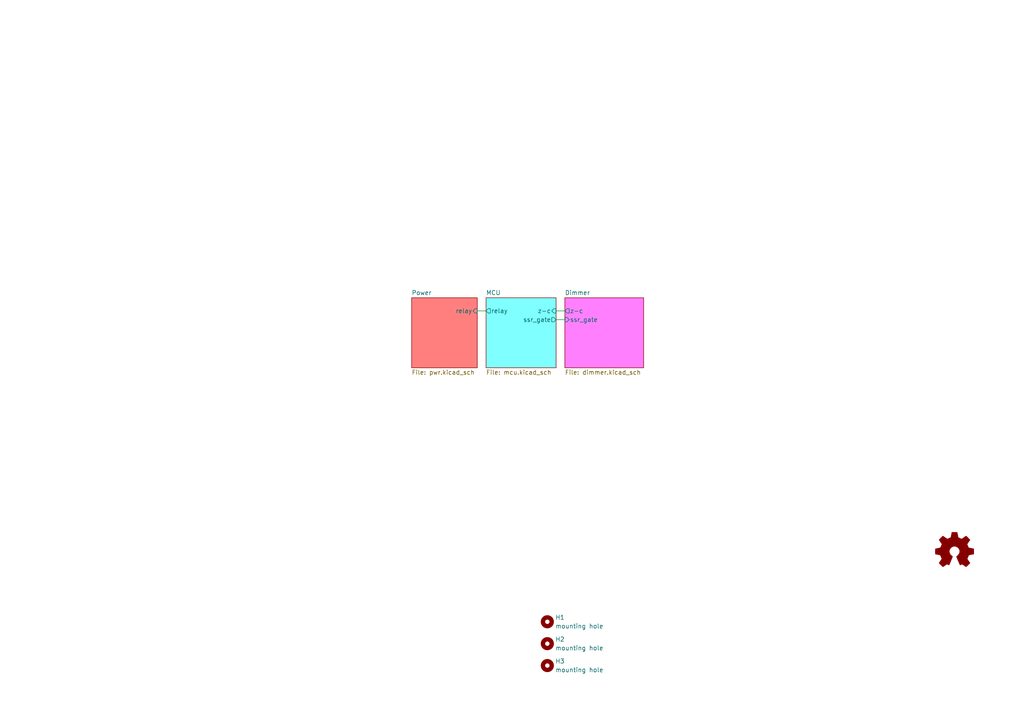
<source format=kicad_sch>
(kicad_sch (version 20231120) (generator "eeschema") (generator_version "8.0")
  (paper "A4")
  (title_block (title "LEDDs") (date "2025-02-17") (rev "1.0") (company "Vas's lab"))
  (lib_symbols
    (symbol "Graphic:Logo_Open_Hardware_Small" (in_bom no) (on_board no)
      (symbol "Logo_Open_Hardware_Small_0_1"
        (polyline (pts (xy 3.3528 -4.3434) (xy 3.302 -4.318) (xy 3.175 -4.2418) (xy 2.9972 -4.1148) (xy 2.7686 -3.9624) (xy 2.54 -3.81) (xy 2.3622 -3.7084) (xy 2.2352 -3.6068) (xy 2.1844 -3.5814) (xy 2.159 -3.6068) (xy 2.0574 -3.6576) (xy 1.905 -3.7338) (xy 1.8034 -3.7846) (xy 1.6764 -3.8354) (xy 1.6002 -3.8354) (xy 1.6002 -3.8354) (xy 1.5494 -3.7338) (xy 1.4732 -3.5306) (xy 1.3462 -3.302) (xy 1.2446 -3.0226) (xy 1.1176 -2.7178) (xy 0.9652 -2.413) (xy 0.8636 -2.1082) (xy 0.7366 -1.8288) (xy 0.6604 -1.6256) (xy 0.6096 -1.4732) (xy 0.5842 -1.397) (xy 0.5842 -1.397) (xy 0.6604 -1.3208) (xy 0.7874 -1.2446) (xy 1.0414 -1.016) (xy 1.2954 -0.6858) (xy 1.4478 -0.3302) (xy 1.524 0.0762) (xy 1.4732 0.4572) (xy 1.3208 0.8128) (xy 1.0668 1.143) (xy 0.762 1.3716) (xy 0.4064 1.524) (xy 0 1.5748) (xy -0.381 1.5494) (xy -0.7366 1.397) (xy -1.0668 1.143) (xy -1.2192 0.9906) (xy -1.397 0.6604) (xy -1.524 0.3048) (xy -1.524 0.2286) (xy -1.4986 -0.1778) (xy -1.397 -0.5334) (xy -1.1938 -0.8636) (xy -0.9144 -1.143) (xy -0.8636 -1.1684) (xy -0.7366 -1.27) (xy -0.635 -1.3462) (xy -0.5842 -1.397) (xy -1.0668 -2.5908) (xy -1.143 -2.794) (xy -1.2954 -3.1242) (xy -1.397 -3.4036) (xy -1.4986 -3.6322) (xy -1.5748 -3.7846) (xy -1.6002 -3.8354) (xy -1.6002 -3.8354) (xy -1.651 -3.8354) (xy -1.7272 -3.81) (xy -1.905 -3.7338) (xy -2.0066 -3.683) (xy -2.1336 -3.6068) (xy -2.2098 -3.5814) (xy -2.2606 -3.6068) (xy -2.3622 -3.683) (xy -2.54 -3.81) (xy -2.7686 -3.9624) (xy -2.9718 -4.0894) (xy -3.1496 -4.2164) (xy -3.302 -4.318) (xy -3.3528 -4.3434) (xy -3.3782 -4.3434) (xy -3.429 -4.318) (xy -3.5306 -4.2164) (xy -3.7084 -4.064) (xy -3.937 -3.8354) (xy -3.9624 -3.81) (xy -4.1656 -3.6068) (xy -4.318 -3.4544) (xy -4.4196 -3.3274) (xy -4.445 -3.2766) (xy -4.445 -3.2766) (xy -4.4196 -3.2258) (xy -4.318 -3.0734) (xy -4.2164 -2.8956) (xy -4.064 -2.667) (xy -3.6576 -2.0828) (xy -3.8862 -1.5494) (xy -3.937 -1.3716) (xy -4.0386 -1.1684) (xy -4.0894 -1.0414) (xy -4.1148 -0.9652) (xy -4.191 -0.9398) (xy -4.318 -0.9144) (xy -4.5466 -0.8636) (xy -4.8006 -0.8128) (xy -5.0546 -0.7874) (xy -5.2578 -0.7366) (xy -5.4356 -0.7112) (xy -5.5118 -0.6858) (xy -5.5118 -0.6858) (xy -5.5372 -0.635) (xy -5.5372 -0.5588) (xy -5.5372 -0.4318) (xy -5.5626 -0.2286) (xy -5.5626 0.0762) (xy -5.5626 0.127) (xy -5.5372 0.4064) (xy -5.5372 0.635) (xy -5.5372 0.762) (xy -5.5372 0.8382) (xy -5.5372 0.8382) (xy -5.461 0.8382) (xy -5.3086 0.889) (xy -5.08 0.9144) (xy -4.826 0.9652) (xy -4.8006 0.9906) (xy -4.5466 1.0414) (xy -4.318 1.0668) (xy -4.1656 1.1176) (xy -4.0894 1.143) (xy -4.0894 1.143) (xy -4.0386 1.2446) (xy -3.9624 1.4224) (xy -3.8608 1.6256) (xy -3.7846 1.8288) (xy -3.7084 2.0066) (xy -3.6576 2.159) (xy -3.6322 2.2098) (xy -3.6322 2.2098) (xy -3.683 2.286) (xy -3.7592 2.413) (xy -3.8862 2.5908) (xy -4.064 2.8194) (xy -4.064 2.8448) (xy -4.2164 3.0734) (xy -4.3434 3.2512) (xy -4.4196 3.3782) (xy -4.445 3.4544) (xy -4.445 3.4544) (xy -4.3942 3.5052) (xy -4.2926 3.6322) (xy -4.1148 3.81) (xy -3.937 4.0132) (xy -3.8608 4.064) (xy -3.6576 4.2926) (xy -3.5052 4.4196) (xy -3.4036 4.4958) (xy -3.3528 4.5212) (xy -3.3528 4.5212) (xy -3.302 4.4704) (xy -3.1496 4.3688) (xy -2.9718 4.2418) (xy -2.7432 4.0894) (xy -2.7178 4.0894) (xy -2.4892 3.937) (xy -2.3114 3.81) (xy -2.1844 3.7084) (xy -2.1336 3.683) (xy -2.1082 3.683) (xy -2.032 3.7084) (xy -1.8542 3.7592) (xy -1.6764 3.8354) (xy -1.4732 3.937) (xy -1.27 4.0132) (xy -1.143 4.064) (xy -1.0668 4.1148) (xy -1.0668 4.1148) (xy -1.0414 4.191) (xy -1.016 4.3434) (xy -0.9652 4.572) (xy -0.9144 4.8514) (xy -0.889 4.9022) (xy -0.8382 5.1562) (xy -0.8128 5.3848) (xy -0.7874 5.5372) (xy -0.762 5.588) (xy -0.7112 5.6134) (xy -0.5842 5.6134) (xy -0.4064 5.6134) (xy -0.1524 5.6134) (xy 0.0762 5.6134) (xy 0.3302 5.6134) (xy 0.5334 5.6134) (xy 0.6858 5.588) (xy 0.7366 5.588) (xy 0.7366 5.588) (xy 0.762 5.5118) (xy 0.8128 5.334) (xy 0.8382 5.1054) (xy 0.9144 4.826) (xy 0.9144 4.7752) (xy 0.9652 4.5212) (xy 1.016 4.2926) (xy 1.0414 4.1402) (xy 1.0668 4.0894) (xy 1.0668 4.0894) (xy 1.1938 4.0386) (xy 1.3716 3.9624) (xy 1.5748 3.8608) (xy 2.0828 3.6576) (xy 2.7178 4.0894) (xy 2.7686 4.1402) (xy 2.9972 4.2926) (xy 3.175 4.4196) (xy 3.302 4.4958) (xy 3.3782 4.5212) (xy 3.3782 4.5212) (xy 3.429 4.4704) (xy 3.556 4.3434) (xy 3.7338 4.191) (xy 3.9116 3.9878) (xy 4.064 3.8354) (xy 4.2418 3.6576) (xy 4.3434 3.556) (xy 4.4196 3.4798) (xy 4.4196 3.429) (xy 4.4196 3.4036) (xy 4.3942 3.3274) (xy 4.2926 3.2004) (xy 4.1656 2.9972) (xy 4.0132 2.794) (xy 3.8862 2.5908) (xy 3.7592 2.3876) (xy 3.6576 2.2352) (xy 3.6322 2.159) (xy 3.6322 2.1336) (xy 3.683 2.0066) (xy 3.7592 1.8288) (xy 3.8608 1.6002) (xy 4.064 1.1176) (xy 4.3942 1.0414) (xy 4.5974 1.016) (xy 4.8768 0.9652) (xy 5.1308 0.9144) (xy 5.5372 0.8382) (xy 5.5626 -0.6604) (xy 5.4864 -0.6858) (xy 5.4356 -0.6858) (xy 5.2832 -0.7366) (xy 5.0546 -0.762) (xy 4.8006 -0.8128) (xy 4.5974 -0.8636) (xy 4.3688 -0.9144) (xy 4.2164 -0.9398) (xy 4.1402 -0.9398) (xy 4.1148 -0.9652) (xy 4.064 -1.0668) (xy 3.9878 -1.2446) (xy 3.9116 -1.4478) (xy 3.81 -1.651) (xy 3.7338 -1.8542) (xy 3.683 -2.0066) (xy 3.6576 -2.0828) (xy 3.683 -2.1336) (xy 3.7846 -2.2606) (xy 3.8862 -2.4638) (xy 4.0386 -2.667) (xy 4.191 -2.8956) (xy 4.318 -3.0734) (xy 4.3942 -3.2004) (xy 4.445 -3.2766) (xy 4.4196 -3.3274) (xy 4.3434 -3.429) (xy 4.1656 -3.5814) (xy 3.937 -3.8354) (xy 3.8862 -3.8608) (xy 3.683 -4.064) (xy 3.5306 -4.2164) (xy 3.4036 -4.318) (xy 3.3528 -4.3434)) (fill (type outline)))
      )
    )
    (symbol "Mechanical:MountingHole" (pin_names (offset 1.016))
      (property "Reference" "H" (at 0 5.08 0))
      (property "Value" "MountingHole" (at 0 3.175 0))
      (symbol "MountingHole_0_1"
        (circle (center 0 0) (radius 1.27) (stroke (width 1.27)))
      )
    )
  )
  (wire (pts (xy 161.29 90.17) (xy 163.83 90.17)))
  (wire (pts (xy 161.29 92.71) (xy 163.83 92.71)))
  (wire (pts (xy 138.43 90.17) (xy 140.97 90.17)))
  (symbol (lib_id "Mechanical:MountingHole") (at 158.75 180.34 0) (unit 1) (exclude_from_sim yes) (in_bom no)
    (property "Reference" "H1" (at 161.036 179.07 0) (effects (justify left)))
    (property "Value" "mounting hole" (at 161.036 181.61 0) (effects (justify left)))
    (property "Footprint" "MountingHole:MountingHole_3.2mm_M3_DIN965_Pad_TopBottom" (effects (hide yes)))
    (property "Description" "M3" (effects (hide yes)))
  )
  (symbol (lib_id "Mechanical:MountingHole") (at 158.75 193.04 0) (unit 1) (exclude_from_sim yes) (in_bom no)
    (property "Reference" "H3" (at 161.036 191.7699 0) (effects (justify left)))
    (property "Value" "mounting hole" (at 161.036 194.3099 0) (effects (justify left)))
    (property "Footprint" "MountingHole:MountingHole_3.2mm_M3_DIN965_Pad_TopBottom" (effects (hide yes)))
    (property "Description" "M3" (effects (hide yes)))
  )
  (symbol (lib_id "Mechanical:MountingHole") (at 158.75 186.69 0) (unit 1) (exclude_from_sim yes) (in_bom no)
    (property "Reference" "H2" (at 161.036 185.42 0) (effects (justify left)))
    (property "Value" "mounting hole" (at 161.036 187.96 0) (effects (justify left)))
    (property "Footprint" "MountingHole:MountingHole_3.2mm_M3_DIN965_Pad_TopBottom" (effects (hide yes)))
    (property "Description" "M3" (effects (hide yes)))
  )
  (symbol (lib_id "Graphic:Logo_Open_Hardware_Small") (at 276.86 160.02 0) (unit 1) (exclude_from_sim yes) (in_bom no)
    (property "Reference" "#SYM1" (effects (hide yes)))
    (property "Value" "Logo_Open_Hardware_Small" (effects (hide yes)))
    (property "Footprint" "Symbol:OSHW-Logo2_7.3x6mm_SilkScreen" (effects (hide yes)))
    (property "Description" "Open Hardware logo, small" (effects (hide yes)))
  )
  (sheet (at 140.97 86.36) (size 20.32 20.32) (stroke (width 0.1524)) (fill (color 0 255 255 0.5000))
    (property "Sheetname" "MCU" (at 140.97 85.6484 0) (effects (justify left bottom)))
    (property "Sheetfile" "mcu.kicad_sch" (at 140.97 107.2646 0) (effects (justify left top)))
    (pin "z-c" input (at 161.29 90.17 0))
    (pin "relay" output (at 140.97 90.17 180))
    (pin "ssr_gate" output (at 161.29 92.71 0))
  )
  (sheet (at 163.83 86.36) (size 22.86 20.32) (stroke (width 0.1524)) (fill (color 255 0 255 0.5000))
    (property "Sheetname" "Dimmer" (at 163.83 85.6484 0) (effects (justify left bottom)))
    (property "Sheetfile" "dimmer.kicad_sch" (at 163.83 107.2646 0) (effects (justify left top)))
    (pin "z-c" output (at 163.83 90.17 180))
    (pin "ssr_gate" input (at 163.83 92.71 180))
  )
  (sheet (at 119.38 86.36) (size 19.05 20.32) (stroke (width 0.1524)) (fill (color 255 0 0 0.5000))
    (property "Sheetname" "Power" (at 119.38 85.6484 0) (effects (justify left bottom)))
    (property "Sheetfile" "pwr.kicad_sch" (at 119.38 107.2646 0) (effects (justify left top)))
    (pin "relay" input (at 138.43 90.17 0))
  )
)
</source>
